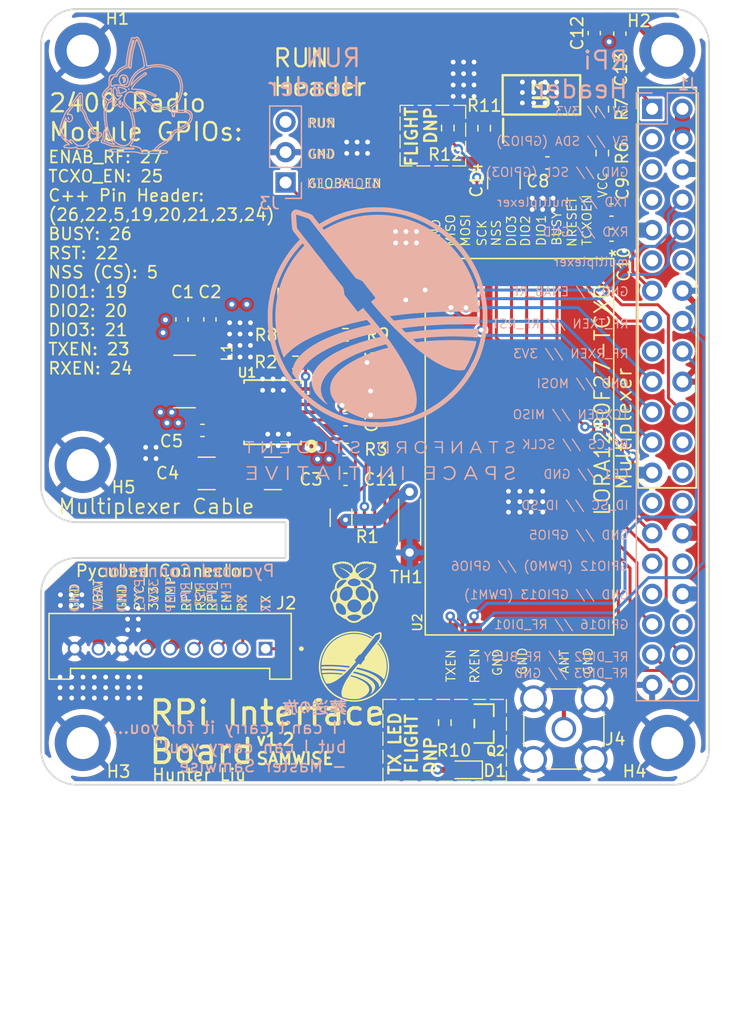
<source format=kicad_pcb>
(kicad_pcb (version 20240108) (generator "pcbnew") (generator_version "8.0")
  (title_block (title "Raspberry Pi Interface Board") (date "2024-10-17") (rev "1.2") (company "Stanford Student Space Initiative") (comment 1 "Hunter Liu"))
  (layers (0 "F.Cu" signal) (1 "In1.Cu" signal) (2 "In2.Cu" signal) (31 "B.Cu" signal) (34 "B.Paste" user) (35 "F.Paste" user) (36 "B.SilkS" user "B.Silkscreen") (37 "F.SilkS" user "F.Silkscreen") (38 "B.Mask" user) (39 "F.Mask" user) (44 "Edge.Cuts" user))
  (net 0 "")
  (net 1 "GND")
  (net 2 "5V")
  (net 3 "VBATT")
  (net 4 "Net-(U1-SW1)")
  (net 5 "Net-(U1-VBST)")
  (net 6 "Net-(U1-SS)")
  (net 7 "Net-(U1-VREG5)")
  (net 8 "V_RF")
  (net 9 "+3V3")
  (net 13 "TX")
  (net 14 "RX")
  (net 17 "ENAB_RF")
  (net 18 "RF_RST")
  (net 19 "RF_TX_EN")
  (net 21 "RF_RX_EN")
  (net 22 "MOSI")
  (net 23 "MISO")
  (net 24 "TCXO_EN")
  (net 25 "SCLK")
  (net 26 "RF_CS")
  (net 34 "RF_IO1")
  (net 36 "RF_BUSY")
  (net 37 "RF_IO2")
  (net 38 "RF_IO3")
  (net 39 "RPI_RST")
  (net 40 "PyCubed_SENSE")
  (net 41 "ENAB_RPI")
  (net 42 "Net-(J3-Pin_1)")
  (net 44 "Net-(J4-In)")
  (net 45 "Net-(U1-VFB)")
  (net 46 "Net-(U1-PG)")
  (net 47 "Net-(U3-SENSE{slash}ADJ)")
  (net 48 "Net-(D1-K)")
  (net 49 "Net-(Q2-D)")
  (net 50 "PYCUBED_3V3")
  (footprint "Resistor_SMD:R_0603_1608Metric" (layer "F.Cu") (at 137.05 60.075 90)
    (property "Reference" "R6")
    (property "Value" "10k")
  )
  (footprint "ssi_transistor:SOT-23" (layer "F.Cu") (at 127.1385 107.875 -90)
    (property "Reference" "Q2")
    (property "Value" "IRLML2803" (hide yes))
  )
  (footprint "MountingHole:MountingHole_2.7mm_M2.5_DIN965_Pad" (layer "F.Cu") (at 93.5 86.2)
    (property "Reference" "H5")
    (property "Value" "MountingHole_Pad")
  )
  (footprint "ssi_drawings:RPi_logo" (layer "F.Cu") (at 116.253 96.978)
    (property "Reference" "REF**" (hide yes))
    (property "Value" "RPi_logo")
  )
  (footprint "Resistor_SMD:R_0603_1608Metric" (layer "F.Cu") (at 137.05 56.4 90)
    (property "Reference" "R7")
    (property "Value" "3.3k")
  )
  (footprint "Capacitor_SMD:C_0603_1608Metric" (layer "F.Cu") (at 132.45 60.9)
    (property "Reference" "C8")
    (property "Value" "10uF")
  )
  (footprint "ssi_IC:TPS7A4501DCQT" (layer "F.Cu") (at 131.95 55.2 90)
    (property "Reference" "U3")
    (property "Value" "TPS7A4501DCQT" (hide yes))
  )
  (footprint "Resistor_SMD:R_0603_1608Metric" (layer "F.Cu") (at 127.15 57.99 90)
    (property "Reference" "R11")
    (property "Value" "10k")
  )
  (footprint "Capacitor_SMD:C_1210_3225Metric" (layer "F.Cu") (at 109.436341 86.913659)
    (property "Reference" "C3")
    (property "Value" "47uF")
  )
  (footprint "ssi_connector:Molex_35362-0950" (layer "F.Cu") (at 108.825 101.6)
    (property "Reference" "J2")
    (property "Value" "353620950")
  )
  (footprint "ssi_inductor:L_2141" (layer "F.Cu") (at 102.036341 79.213659 180)
    (property "Reference" "L1")
    (property "Value" "3.3uH")
  )
  (footprint "Resistor_SMD:R_0603_1608Metric" (layer "F.Cu") (at 124.1 57.975 -90)
    (property "Reference" "R12")
    (property "Value" "10k")
  )
  (footprint "MountingHole:MountingHole_2.7mm_M2.5_DIN965_Pad" (layer "F.Cu") (at 142.5 51.5)
    (property "Reference" "H2")
    (property "Value" "MountingHole_Pad")
  )
  (footprint "LED_SMD:LED_0603_1608Metric" (layer "F.Cu") (at 125.5125 111.75 180)
    (property "Reference" "D1")
    (property "Value" "LTST-C191KGKT")
  )
  (footprint "Resistor_SMD:R_0603_1608Metric" (layer "F.Cu") (at 119.123841 80.813659 -90)
    (property "Reference" "R4")
    (property "Value" "22.1k")
  )
  (footprint "Capacitor_SMD:C_0603_1608Metric" (layer "F.Cu") (at 137.825 66.95)
    (property "Reference" "C10")
    (property "Value" "0.1uF")
  )
  (footprint "Resistor_SMD:R_0603_1608Metric" (layer "F.Cu") (at 111.35 75.3)
    (property "Reference" "R8")
    (property "Value" "10k")
  )
  (footprint "ssi_IC:LORA128XF27" (layer "F.Cu") (at 122.81 100.45 90)
    (property "Reference" "U2")
    (property "Value" "LORA1280F27-TCXO")
  )
  (footprint "ssi_IC:PWP14_2P31X2P46-L" (layer "F.Cu") (at 109.410941 81.786329 180)
    (property "Reference" "U1")
    (property "Value" "TPS54426PWPR" (hide yes))
  )
  (footprint "Capacitor_SMD:C_0603_1608Metric" (layer "F.Cu") (at 104.161341 74.013659 90)
    (property "Reference" "C2")
    (property "Value" "22uF")
  )
  (footprint "Capacitor_SMD:C_1210_3225Metric" (layer "F.Cu") (at 103.886341 86.913659 180)
    (property "Reference" "C4")
    (property "Value" "47uF")
  )
  (footprint "Capacitor_SMD:C_0603_1608Metric" (layer "F.Cu") (at 103.536341 83.313659)
    (property "Reference" "C5")
    (property "Value" "0.1uF")
  )
  (footprint "Resistor_SMD:R_1206_3216Metric" (layer "F.Cu") (at 115.15 90.625 -90)
    (property "Reference" "R1")
    (property "Value" "200k, RN73H2BTTD2003A05")
  )
  (footprint "Capacitor_SMD:C_0603_1608Metric" (layer "F.Cu") (at 115.523841 82.413659)
    (property "Reference" "C7")
    (property "Value" "1uF")
  )
  (footprint "Capacitor_SMD:C_0603_1608Metric" (layer "F.Cu") (at 115.523841 79.988659)
    (property "Reference" "C6")
    (property "Value" "3.3nF")
  )
  (footprint "ssi_transistor:SOT-23" (layer "F.Cu") (at 111.51 72.2237 180)
    (property "Reference" "Q1")
    (property "Value" "IRLML2803" (hide yes))
  )
  (footprint "Capacitor_SMD:C_1210_3225Metric" (layer "F.Cu") (at 128.8 62.36 90)
    (property "Reference" "C14")
    (property "Value" "47uF")
  )
  (footprint "MountingHole:MountingHole_2.7mm_M2.5_DIN965_Pad" (layer "F.Cu") (at 142.5 109.5)
    (property "Reference" "H4")
    (property "Value" "MountingHole_Pad")
  )
  (footprint "MountingHole:MountingHole_2.7mm_M2.5_DIN965_Pad" (layer "F.Cu") (at 93.5 51.5)
    (property "Reference" "H1")
    (property "Value" "MountingHole_Pad")
  )
  (footprint "Capacitor_SMD:C_0603_1608Metric" (layer "F.Cu") (at 136.375 50.025 90)
    (property "Reference" "C12")
    (property "Value" "10uF")
  )
  (footprint "Resistor_SMD:R_0603_1608Metric" (layer "F.Cu") (at 115.523841 75.3)
    (property "Reference" "R9")
    (property "Value" "10k")
  )
  (footprint "Resistor_SMD:R_0603_1608Metric" (layer "F.Cu") (at 123.85 107.8 90)
    (property "Reference" "R10")
    (property "Value" "330")
  )
  (footprint "Capacitor_SMD:C_0603_1608Metric" (layer "F.Cu") (at 115.523841 87.413659)
    (property "Reference" "C11")
    (property "Value" "22pF")
  )
  (footprint "Capacitor_SMD:C_0603_1608Metric" (layer "F.Cu") (at 101.821341 74.013659 90)
    (property "Reference" "C1")
    (property "Value" "22uF")
  )
  (footprint "Capacitor_SMD:C_0603_1608Metric" (layer "F.Cu") (at 137.825 64.85)
    (property "Reference" "C9")
    (property "Value" "10uF")
  )
  (footprint "Resistor_THT:R_Axial_DIN0204_L3.6mm_D1.6mm_P5.08mm_Horizontal" (layer "F.Cu") (at 120.9 88.46 -90)
    (property "Reference" "TH1")
    (property "Value" "TTDO-10KC8-3-1%")
  )
  (footprint "MountingHole:MountingHole_2.7mm_M2.5_DIN965_Pad" (layer "F.Cu") (at 93.5 109.5)
    (property "Reference" "H3")
    (property "Value" "MountingHole_Pad")
  )
  (footprint "Resistor_SMD:R_0603_1608Metric" (layer "F.Cu") (at 115.523841 84.913659 180)
    (property "Reference" "R3")
    (property "Value" "121k")
  )
  (footprint "Capacitor_SMD:C_0603_1608Metric" (layer "F.Cu") (at 138.52 50.07 90)
    (property "Reference" "C13")
    (property "Value" "0.1uF")
  )
  (footprint "ssi_drawings:logo_SSI_small" (layer "F.Cu") (at 116.078 103.378)
    (property "Reference" "REF**" (hide yes))
    (property "Value" "logo_SSI_small" (hide yes))
  )
  (footprint "Resistor_SMD:R_0603_1608Metric" (layer "F.Cu") (at 111.336341 77.613659)
    (property "Reference" "R2")
    (property "Value" "330k")
  )
  (footprint "ssi_connector:SMA_Amphenol_901-144_horizontal" (layer "F.Cu") (at 133.83 108.335)
    (property "Reference" "J4")
    (property "Value" "Amphenol_901-144")
  )
  (footprint "Resistor_SMD:R_0603_1608Metric" (layer "F.Cu") (at 115.523841 77.613659)
    (property "Reference" "R5")
    (property "Value" "100k")
  )
  (footprint "Connector_PinSocket_2.54mm:PinSocket_1x03_P2.54mm_Vertical" (layer "B.Cu") (at 110.5 62.54)
    (property "Reference" "J3")
    (property "Value" "Conn_01x03")
  )
  (footprint "ssi_drawings:totoro" (layer "B.Cu") (at 97.4 55.925 180)
    (property "Reference" "REF**" (hide yes))
    (property "Value" "totoro")
  )
  (footprint "ssi_drawings:logo_SSI" (layer "B.Cu") (at 118 74.5 180)
    (property "Reference" "REF**" (hide yes))
    (property "Value" "logo_SSI" (hide yes))
  )
  (footprint "ssi_connector:PRT-21570" (layer "B.Cu") (at 141.23 56.37 180)
    (property "Reference" "J1")
    (property "Value" "PRT-21570")
  )
  (gr_rect (start 120.1 56.075) (end 125.6 61.15) (stroke (width 0.1) (type dash)) (fill none) (layer "F.SilkS"))
  (gr_rect (start 140.045 54.575) (end 144.93 88.125) (stroke (width 0.15)) (fill none) (layer "F.SilkS"))
  (gr_rect (start 118.6625 105.85) (end 129.0125 112.7) (stroke (width 0.1) (type dash)) (fill none) (layer "F.SilkS"))
  (gr_line (start 143 48) (end 93 48) (stroke (width 0.15)) (layer "Edge.Cuts"))
  (gr_line (start 110.5 94) (end 93 94) (stroke (width 0.15)) (layer "Edge.Cuts"))
  (gr_line (start 143 113) (end 93 113) (stroke (width 0.15)) (layer "Edge.Cuts"))
  (gr_arc (start 90 51) (mid 90.87868 48.87868) (end 93 48) (stroke (width 0.15)) (layer "Edge.Cuts"))
  (gr_arc (start 90 97) (mid 90.87868 94.87868) (end 93 94) (stroke (width 0.15)) (layer "Edge.Cuts"))
  (gr_arc (start 93 113) (mid 90.87868 112.12132) (end 90 110) (stroke (width 0.15)) (layer "Edge.Cuts"))
  (gr_arc (start 146 110) (mid 145.12132 112.12132) (end 143 113) (stroke (width 0.15)) (layer "Edge.Cuts"))
  (gr_line (start 110.5 91) (end 110.5 94) (stroke (width 0.15)) (layer "Edge.Cuts"))
  (gr_line (start 90 51) (end 90 88) (stroke (width 0.15)) (layer "Edge.Cuts"))
  (gr_arc (start 143 48) (mid 145.12132 48.87868) (end 146 51) (stroke (width 0.15)) (layer "Edge.Cuts"))
  (gr_line (start 90 110) (end 90 97) (stroke (width 0.15)) (layer "Edge.Cuts"))
  (gr_arc (start 93 91) (mid 90.87868 90.12132) (end 90 88) (stroke (width 0.15)) (layer "Edge.Cuts"))
  (gr_line (start 146 110) (end 146 51) (stroke (width 0.15)) (layer "Edge.Cuts"))
  (gr_line (start 93 91) (end 110.5 91) (stroke (width 0.15)) (layer "Edge.Cuts"))
  (gr_text "ID_SC // ID_SD" (at 139.325 90.025 0) (layer "B.SilkS") (effects (font (size 0.75 0.75) (thickness 0.1)) (justify left bottom mirror)))
  (gr_text "TCXOEN // MISO" (at 139.325 82.425 0) (layer "B.SilkS") (effects (font (size 0.75 0.75) (thickness 0.1)) (justify left bottom mirror)))
  (gr_text "CE1 // GND" (at 139.325 87.425 0) (layer "B.SilkS") (effects (font (size 0.75 0.75) (thickness 0.1)) (justify left bottom mirror)))
  (gr_text "RPI_\nRST" (at 103.78 95.93 90) (layer "B.SilkS") (effects (font (size 0.75 0.75) (thickness 0.1)) (justify left bottom mirror)))
  (gr_text "RUN\nHeader" (at 116.925 55.4 0) (layer "B.SilkS") (effects (font (size 1.5 1.5) (thickness 0.2)) (justify left bottom mirror)))
  (gr_text "GND // SCL (GPIO3)" (at 139.325 62.125 0) (layer "B.SilkS") (effects (font (size 0.75 0.75) (thickness 0.1)) (justify left bottom mirror)))
  (gr_text "GND // MOSI" (at 139.325 79.825 0) (layer "B.SilkS") (effects (font (size 0.75 0.75) (thickness 0.1)) (justify left bottom mirror)))
  (gr_text "GPIO12 (PWM0) // GPIO6" (at 139.325 95.125 0) (layer "B.SilkS") (effects (font (size 0.75 0.75) (thickness 0.1)) (justify left bottom mirror)))
  (gr_text "RF_DIO2 // RF_BUSY" (at 139.325 102.725 0) (layer "B.SilkS") (effects (font (size 0.75 0.75) (thickness 0.1)) (justify left bottom mirror)))
  (gr_text "葬送の旅\n{dblquote}I can't carry it for you...\nbut I can carry you!{dblquote}\n- Master Samwise" (at 115.725 112.025 0) (layer "B.SilkS") (effects (font (size 1 1)) (justify left bottom mirror)))
  (gr_text "TEMP" (at 101.305 95.655 90) (layer "B.SilkS") (effects (font (size 0.75 0.75) (thickness 0.1)) (justify left bottom mirror)))
  (gr_text "5V // 3V3" (at 139.325 57.025 0) (layer "B.SilkS") (effects (font (size 0.75 0.75) (thickness 0.1)) (justify left bottom mirror)))
  (gr_text "GND" (at 114.65 60.6 0) (layer "B.SilkS") (effects (font (size 0.75 0.75) (thickness 0.1)) (justify left bottom mirror)))
  (gr_text "GND // GPIO5" (at 139.325 92.525 0) (layer "B.SilkS") (effects (font (size 0.75 0.75) (thickness 0.1)) (justify left bottom mirror)))
  (gr_text "GND" (at 97.23 96.23 90) (layer "B.SilkS") (effects (font (size 0.75 0.75) (thickness 0.1)) (justify left bottom mirror)))
  (gr_text "RPi\nHeader" (at 139.3 55.6 0) (layer "B.SilkS") (effects (font (size 1.5 1.5) (thickness 0.2)) (justify left bottom mirror)))
  (gr_text "GPIO16 // RF_DI01" (at 139.325 100.025 0) (layer "B.SilkS") (effects (font (size 0.75 0.75) (thickness 0.1)) (justify left bottom mirror)))
  (gr_text "Pycubed Connector" (at 109.68 95.665 0) (layer "B.SilkS") (effects (font (size 1 1)) (justify left bottom mirror)))
  (gr_text "RUN" (at 114.65 58 0) (layer "B.SilkS") (effects (font (size 0.75 0.75) (thickness 0.1)) (justify left bottom mirror)))
  (gr_text "RF_CS // SCLK" (at 139.325 84.925 0) (layer "B.SilkS") (effects (font (size 0.75 0.75) (thickness 0.1)) (justify left bottom mirror)))
  (gr_text "RF_RXEN // 3V3" (at 139.325 77.325 0) (layer "B.SilkS") (effects (font (size 0.75 0.75) (thickness 0.1)) (justify left bottom mirror)))
  (gr_text "TXD // multiplexer" (at 139.325 64.625 0) (layer "B.SilkS") (effects (font (size 0.75 0.75) (thickness 0.1)) (justify left bottom mirror)))
  (gr_text "RX" (at 107.305 97.03 90) (layer "B.SilkS") (effects (font (size 0.75 0.75) (thickness 0.1)) (justify left bottom mirror)))
  (gr_text "GLOBAL_EN\n\n" (at 118.5 64.275 0) (layer "B.SilkS") (effects (font (size 0.75 0.75) (thickness 0.1)) (justify left bottom mirror)))
  (gr_text "5V // SDA (GPIO2)" (at 139.325 59.525 0) (layer "B.SilkS") (effects (font (size 0.75 0.75) (thickness 0.1)) (justify left bottom mirror)))
  (gr_text "GND" (at 93.255 96.205 90) (layer "B.SilkS") (effects (font (size 0.75 0.75) (thickness 0.1)) (justify left bottom mirror)))
  (gr_text "VBAT" (at 95.23 95.83 90) (layer "B.SilkS") (effects (font (size 0.75 0.75) (thickness 0.1)) (justify left bottom mirror)))
  (gr_text "RXD // GND" (at 139.325 67.125 0) (layer "B.SilkS") (effects (font (size 0.75 0.75) (thickness 0.1)) (justify left bottom mirror)))
  (gr_text "GND // GPIO13 (PWM1)" (at 139.325 97.525 0) (layer "B.SilkS") (effects (font (size 0.75 0.75) (thickness 0.1)) (justify left bottom mirror)))
  (gr_text "GND // ENAB_RF" (at 139.325 72.125 0) (layer "B.SilkS") (effects (font (size 0.75 0.75) (thickness 0.1)) (justify left bottom mirror)))
  (gr_text "RF_DIO3 // GND" (at 139.3 104.1 0) (layer "B.SilkS") (effects (font (size 0.75 0.75) (thickness 0.1)) (justify left bottom mirror)))
  (gr_text "RPI_\nEN" (at 105.98 95.93 90) (layer "B.SilkS") (effects (font (size 0.75 0.75) (thickness 0.1)) (justify left bottom mirror)))
  (gr_text "PYC_\n3V3" (at 99.905 95.655 90) (layer "B.SilkS") (effects (font (size 0.75 0.75) (thickness 0.1)) (justify left bottom mirror)))
  (gr_text "RF_TXEN // RF_RST" (at 139.325 74.825 0) (layer "B.SilkS") (effects (font (size 0.75 0.75) (thickness 0.1)) (justify left bottom mirror)))
  (gr_text "multiplexer" (at 139.325 69.625 0) (layer "B.SilkS") (effects (font (size 0.75 0.75) (thickness 0.1)) (justify left bottom mirror)))
  (gr_text "TX" (at 109.305 97.205 90) (layer "B.SilkS") (effects (font (size 0.75 0.75) (thickness 0.1)) (justify left bottom mirror)))
  (gr_text "DIO2" (at 131.05 67.975 90) (layer "F.SilkS") (effects (font (size 0.75 0.75) (thickness 0.1)) (justify left bottom)))
  (gr_text "DIO1" (at 132.375 67.925 90) (layer "F.SilkS") (effects (font (size 0.75 0.75) (thickness 0.1)) (justify left bottom)))
  (gr_text "BUSY" (at 133.675 67.9 90) (layer "F.SilkS") (effects (font (size 0.75 0.75) (thickness 0.1)) (justify left bottom)))
  (gr_text "SCK" (at 127.4 67.95 90) (layer "F.SilkS") (effects (font (size 0.75 0.75) (thickness 0.1)) (justify left bottom)))
  (gr_text "GND" (at 97.23 98.505 90) (layer "F.SilkS") (effects (font (size 0.75 0.75) (thickness 0.1)) (justify left bottom)))
  (gr_text "RPI_\nEN" (at 106.005 98.53 90) (layer "F.SilkS") (effects (font (size 0.75 0.75) (thickness 0.1)) (justify left bottom)))
  (gr_text "GND" (at 112.33 60.61 0) (layer "F.SilkS") (effects (font (size 0.75 0.75) (thickness 0.1)) (justify left bottom)))
  (gr_text "TCXOEN" (at 136.2 67.9 90) (layer "F.SilkS") (effects (font (size 0.75 0.75) (thickness 0.1)) (justify left bottom)))
  (gr_text "Pycubed Connector" (at 92.825 95.665 0) (layer "F.SilkS") (effects (font (size 1 1)) (justify left bottom)))
  (gr_text "GND" (at 130.8 103.85 90) (layer "F.SilkS") (effects (font (size 0.75 0.75) (thickness 0.1)) (justify left bottom)))
  (gr_text "MOSI" (at 126.025 67.975 90) (layer "F.SilkS") (effects (font (size 0.75 0.75) (thickness 0.1)) (justify left bottom)))
  (gr_text "2400 Radio\nModule GPIOs:" (at 90.55 59.175 0) (layer "F.SilkS") (effects (font (size 1.5 1.5) (thickness 0.2)) (justify left bottom)))
  (gr_text "NSS" (at 128.6 67.95 90) (layer "F.SilkS") (effects (font (size 0.75 0.75) (thickness 0.1)) (justify left bottom)))
  (gr_text "FLIGHT\nDNP" (at 123.25 112.175 90) (layer "F.SilkS") (effects (font (size 1 1) (thickness 0.2) (bold yes)) (justify left bottom)))
  (gr_text "MISO" (at 124.775 67.975 90) (layer "F.SilkS") (effects (font (size 0.75 0.75) (thickness 0.1)) (justify left bottom)))
  (gr_text "RXEN" (at 126.8 104.575 90) (layer "F.SilkS") (effects (font (size 0.75 0.75) (thickness 0.1)) (justify left bottom)))
  (gr_text "GND" (at 93.255 98.48 90) (layer "F.SilkS") (effects (font (size 0.75 0.75) (thickness 0.1)) (justify left bottom)))
  (gr_text "GND" (at 123.525 67.95 90) (layer "F.SilkS") (effects (font (size 0.75 0.75) (thickness 0.1)) (justify left bottom)))
  (gr_text "RUN" (at 112.33 58.01 0) (layer "F.SilkS") (effects (font (size 0.75 0.75) (thickness 0.1)) (justify left bottom)))
  (gr_text "TEMP" (at 101.305 98.455 90) (layer "F.SilkS") (effects (font (size 0.75 0.75) (thickness 0.1)) (justify left bottom)))
  (gr_text "TX" (at 109.305 98.455 90) (layer "F.SilkS") (effects (font (size 0.75 0.75) (thickness 0.1)) (justify left bottom)))
  (gr_text "FLIGHT\nDNP" (at 123.25 56.1 90) (layer "F.SilkS") (effects (font (size 1 1) (thickness 0.2) (bold yes)) (justify right bottom)))
  (gr_text "DIO3" (at 129.875 67.975 90) (layer "F.SilkS") (effects (font (size 0.75 0.75) (thickness 0.1)) (justify left bottom)))
  (gr_text "RUN\nHeader" (at 109.35 55.41 0) (layer "F.SilkS") (effects (font (size 1.5 1.5) (thickness 0.2)) (justify left bottom)))
  (gr_text "RPI_\nRST" (at 103.855 98.53 90) (layer "F.SilkS") (effects (font (size 0.75 0.75) (thickness 0.1)) (justify left bottom)))
  (gr_text "NRESET" (at 134.95 68 90) (layer "F.SilkS") (effects (font (size 0.75 0.75) (thickness 0.1)) (justify left bottom)))
  (gr_text "VBAT" (at 95.23 98.43 90) (layer "F.SilkS") (effects (font (size 0.75 0.75) (thickness 0.1)) (justify left bottom)))
  (gr_text "GND" (at 136.3 103.85 90) (layer "F.SilkS") (effects (font (size 0.75 0.75) (thickness 0.1)) (justify left bottom)))
  (gr_text "Multiplexer Cable" (at 91.37 90.42 0) (layer "F.SilkS") (effects (font (size 1.25 1.25)) (justify left bottom)))
  (gr_text "GLOBAL_EN\n\n" (at 112.31 64.27 0) (layer "F.SilkS") (effects (font (size 0.75 0.75) (thickness 0.1)) (justify left bottom)))
  (gr_text "Hunter Liu" (at 99.225 112.75 0) (layer "F.SilkS") (effects (font (size 1 1)) (justify left bottom)))
  (gr_text "RX" (at 107.305 98.555 90) (layer "F.SilkS") (effects (font (size 0.75 0.75) (thickness 0.1)) (justify left bottom)))
  (gr_text "PYC_\n3V3" (at 99.88 98.48 90) (layer "F.SilkS") (effects (font (size 0.75 0.75) (thickness 0.1)) (justify left bottom)))
  (gr_text "TX LED" (at 120.25 112.275 90) (layer "F.SilkS") (effects (font (size 1 1) (thickness 0.2) (bold yes)) (justify left bottom)))
  (gr_text "RPi Interface\nBoard" (at 98.925 111.375 0) (layer "F.SilkS") (effects (font (size 2 2) (thickness 0.3) (bold yes)) (justify left bottom)))
  (gr_text "Multiplexer" (at 139.6 88.4 90) (layer "F.SilkS") (effects (font (size 1.25 1.25)) (justify left bottom)))
  (gr_text "ANT" (at 134.3 103.75 90) (layer "F.SilkS") (effects (font (size 0.75 0.75) (thickness 0.1)) (justify left bottom)))
  (gr_text "ENAB_RF: 27\nTCXO_EN: 25\nC++ Pin Header:\n(26,22,5,19,20,21,23,24)\nBUSY: 26\nRST: 22\nNSS (CS): 5\nDIO1: 19\nDIO2: 20\nDIO3: 21\nTXEN: 23\nRXEN: 24\n" (at 90.525 78.7 0) (layer "F.SilkS") (effects (font (size 1 1)) (justify left bottom)))
  (gr_text "TXEN" (at 124.8 104.475 90) (layer "F.SilkS") (effects (font (size 0.75 0.75) (thickness 0.1)) (justify left bottom)))
  (gr_text "v1.2\nSAMWISE" (at 107.95 111.4 0) (layer "F.SilkS") (effects (font (size 1 1) (thickness 0.2) (bold yes)) (justify left bottom)))
  (gr_text "VCC" (at 137.525 63.9 90) (layer "F.SilkS") (effects (font (size 0.75 0.75) (thickness 0.1)) (justify left bottom)))
  (gr_text "GND" (at 128.7 103.95 90) (layer "F.SilkS") (effects (font (size 0.75 0.75) (thickness 0.1)) (justify left bottom)))
  (segment (start 143.77 91.93) (end 145.055 91.93) (width 1.27) (layer "F.Cu") (net 1))
  (segment (start 115.486341 79.188659) (end 115.111341 78.813659) (width 0.25) (layer "F.Cu") (net 1))
  (segment (start 120.9 94.725) (end 120.9 93.54) (width 1.5) (layer "F.Cu") (net 1))
  (segment (start 131.95 58.2) (end 131.95 56.175) (width 1) (layer "F.Cu") (net 1))
  (segment (start 131.675 60.9) (end 131.675 63.475) (width 1) (layer "F.Cu") (net 1))
  (segment (start 145.1 72.94) (end 143.77 71.61) (width 0.5) (layer "F.Cu") (net 1))
  (segment (start 122.49 93.54) (end 120.9 93.54) (width 1.5) (layer "F.Cu") (net 1))
  (segment (start 132.43 94.55) (end 130.56 94.55) (width 1.5) (layer "F.Cu") (net 1))
  (segment (start 138.6 66.95) (end 138.6 64.85) (width 0.5) (layer "F.Cu") (net 1))
  (segment (start 138.52 49.295) (end 140.295 49.295) (width 1) (layer "F.Cu") (net 1))
  (segment (start 113.936341 79.548342) (end 113.936341 80.429617) (width 0.25) (layer "F.Cu") (net 1))
  (segment (start 143.77 79.23) (end 145.1 77.9) (width 0.5) (layer "F.Cu") (net 1))
  (segment (start 131.95 60.625) (end 131.95 58.2) (width 1) (layer "F.Cu") (net 1))
  (segment (start 130.31 100.45) (end 130.31 96.265) (width 1.5) (layer "F.Cu") (net 1))
  (segment (start 131.95 56.175) (end 132.25 55.875) (width 1) (layer "F.Cu") (net 1))
  (segment (start 131.675 63.475) (end 132.05 63.85) (width 1) (layer "F.Cu") (net 1))
  (segment (start 117.611341 79.988659) (end 117.636341 80.013659) (width 0.25) (layer "F.Cu") (net 1))
  (segment (start 145.1 77.9) (end 145.1 72.94) (width 0.5) (layer "F.Cu") (net 1))
  (segment (start 116.298841 79.988659) (end 115.498841 79.188659) (width 0.25) (layer "F.Cu") (net 1))
  (segment (start 131.675 60.9) (end 131.95 60.625) (width 1) (layer "F.Cu") (net 1))
  (segment (start 140.295 49.295) (end 142.5 51.5) (width 1) (layer "F.Cu") (net 1))
  (segment (start 120.9 93.54) (end 120.9 92.55) (width 1.5) (layer "F.Cu") (net 1))
  (segment (start 135.83 97.95) (end 132.43 94.55) (width 1.5) (layer "F.Cu") (net 1))
  (segment (start 138.6 66.95) (end 138.6 67.95) (width 0.5) (layer "F.Cu") (net 1))
  (segment (start 138.6 67.95) (end 138.9 68.25) (width 0.5) (layer "F.Cu") (net 1))
  (segment (start 138.5 49.275) (end 138.52 49.295) (width 1) (layer "F.Cu") (net 1))
  (segment (start 115.498841 79.188659) (end 115.486341 79.188659) (width 0.25) (layer "F.Cu") (net 1))
  (segment (start 113.936341 80.429617) (end 113.229641 81.136317) (width 0.25) (layer "F.Cu") (net 1))
  (segment (start 117.636341 80.013659) (end 117.661341 79.988659) (width 0.25) (layer "F.Cu") (net 1))
  (segment (start 135 49.275) (end 138.5 49.275) (width 1) (layer "F.Cu") (net 1))
  (segment (start 117.661341 79.988659) (end 119.123841 79.988659) (width 0.25) (layer "F.Cu") (net 1))
  (segment (start 113.229641 81.136317) (end 112.179541 81.136317) (width 0.25) (layer "F.Cu") (net 1))
  (segment (start 115.111341 78.813659) (end 114.671024 78.813659) (width 0.25) (layer "F.Cu") (net 1))
  (segment (start 114.671024 78.813659) (end 113.936341 79.548342) (width 0.25) (layer "F.Cu") (net 1))
  (segment (start 116.298841 79.988659) (end 117.611341 79.988659) (width 0.25) (layer "F.Cu") (net 1))
  (segment (start 135.83 100.45) (end 135.83 97.95) (width 1.5) (layer "F.Cu") (net 1))
  (via (at 109.01 83.625) (size 0.8) (drill 0.4) (layers "F.Cu" "B.Cu") (net 1))
  (via (at 131.175 64.8) (size 0.8) (drill 0.4) (layers "F.Cu" "B.Cu") (net 1))
  (via (at 98.16 99.12) (size 0.8) (drill 0.4) (layers "F.Cu" "B.Cu") (net 1))
  (via (at 130.135 88.41) (size 0.8) (drill 0.4) (layers "F.Cu" "B.Cu") (net 1))
  (via (at 129.185 88.41) (size 0.8) (drill 0.4) (layers "F.Cu" "B.Cu") (net 1))
  (via (at 117.375 59.15) (size 0.8) (drill 0.4) (layers "F.Cu" "B.Cu") (net 1))
  (via (at 91.598 105.73) (size 0.8) (drill 0.4) (layers "F.Cu" "B.Cu") (net 1))
  (via (at 129.185 89.285) (size 0.8) (drill 0.4) (layers "F.Cu" "B.Cu") (net 1))
  (via (at 106.686341 77.163659) (size 0.8) (drill 0.4) (layers "F.Cu" "B.Cu") (net 1))
  (via (at 98.16 100.02) (size 0.8) (drill 0.4) (layers "F.Cu" "B.Cu") (net 1))
  (via (at 93.523 103.98) (size 0.8) (drill 0.4) (layers "F.Cu" "B.Cu") (net 1))
  (via (at 95.423 104.855) (size 0.8) (drill 0.4) (layers "F.Cu" "B.Cu") (net 1))
  (via (at 95.423 105.73) (size 0.8) (drill 0.4) (layers "F.Cu" "B.Cu") (net 1))
  (via (at 107.561341 74.288659) (size 0.8) (drill 0.4) (layers "F.Cu" "B.Cu") (net 1))
  (via (at 132.05 64.8) (size 0.8) (drill 0.4) (layers "F.Cu" "B.Cu") (net 1))
  (via (at 131.085 89.285) (size 0.8) (drill 0.4) (layers "F.Cu" "B.Cu") (net 1))
  (via (at 93.43 97.08) (size 0.8) (drill 0.4) (layers "F.Cu" "B.Cu") (net 1))
  (via (at 93.523 105.73) (size 0.8) (drill 0.4) (layers "F.Cu" "B.Cu") (net 1))
  (via (at 92.53 97.98) (size 0.8) (drill 0.4) (layers "F.Cu" "B.Cu") (net 1))
  (via (at 109.885 83.625) (size 0.8) (drill 0.4) (layers "F.Cu" "B.Cu") (net 1))
  (via (at 131.175 63.85) (size 0.8) (drill 0.4) (layers "F.Cu" "B.Cu") (net 1))
  (via (at 130.35 54.125) (size 0.8) (drill 0.4) (layers "F.Cu" "B.Cu") (net 1))
  (via (at 107.561341 75.238659) (size 0.8) (drill 0.4) (layers "F.Cu" "B.Cu") (net 1))
  (via (at 105.811341 74.288659) (size 0.8) (drill 0.4) (layers "F.Cu" "B.Cu") (net 1))
  (via (at 138.9 68.25) (size 0.8) (drill 0.4) (layers "F.Cu" "B.Cu") (net 1))
  (via (at 126.3 55.325) (size 0.8) (drill 0.4) (layers "F.Cu" "B.Cu") (net 1))
  (via (at 125.425 54.375) (size 0.8) (drill 0.4) (layers "F.Cu" "B.Cu") (net 1))
  (via (at 117.636341 82.013659) (size 0.8) (drill 0.4) (layers "F.Cu" "B.Cu") (net 1))
  (via (at 92.573 103.98) (size 0.8) (drill 0.4) (layers "F.Cu" "B.Cu") (net 1))
  (via (at 110.325 79) (size 0.8) (drill 0.4) (layers "F.Cu" "B.Cu") (net 1))
  (via (at 124.55 54.375) (size 0.8) (drill 0.4) (layers "F.Cu" "B.Cu") (net 1))
  (via (at 124.55 52.45) (size 0.8) (drill 0.4) (layers "F.Cu" "B.Cu") (net 1))
  (via (at 106.686341 74.288659) (size 0.8) (drill 0.4) (layers "F.Cu" "B.Cu") (net 1))
  (via (at 94.473 103.98) (size 0.8) (drill 0.4) (layers "F.Cu" "B.Cu") (net 1))
  (via (at 98.16 98.22) (size 0.8) (drill 0.4) (layers "F.Cu" "B.Cu") (net 1))
  (via (at 92.573 105.73) (size 0.8) (drill 0.4) (layers "F.Cu" "B.Cu") (net 1))
  (via (at 132.925 63.85) (size 0.8) (drill 0.4) (layers "F.Cu" "B.Cu") (net 1))
  (via (at 97.26 99.12) (size 0.8) (drill 0.4) (layers "F.Cu" "B.Cu") (net 1))
  (via (at 132.05 63.85) (size 0.8) (drill 0.4) (layers "F.Cu" "B.Cu") (net 1))
  (via (at 131.3 54.125) (size 0.8) (drill 0.4) (layers "F.Cu" "B.Cu") (net 1))
  (via (at 132.25 55) (size 0.8) (drill 0.4) (layers "F.Cu" "B.Cu") (net 1))
  (via (at 130.135 89.285) (size 0.8) (drill 0.4) (layers "F.Cu" "B.Cu") (net 1))
  (via (at 117.375 60.1) (size 0.8) (drill 0.4) (layers "F.Cu" "B.Cu") (net 1))
  (via (at 131.085 88.41) (size 0.8) (drill 0.4) (layers "F.Cu" "B.Cu") (net 1))
  (via (at 126.3 52.45) (size 0.8) (drill 0.4) (layers "F.Cu" "B.Cu") (net 1))
  (via (at 98.298 104.855) (size 0.8) (drill 0.4) (layers "F.Cu" "B.Cu") (net 1))
  (via (at 98.298 105.73) (size 0.8) (drill 0.4) (layers "F.Cu" "B.Cu") (net 1))
  (via (at 109.45 79.95) (size 0.8) (drill 0.4) (layers "F.Cu" "B.Cu") (net 1))
  (via (at 129.185 90.16) (size 0.8) (drill 0.4) (layers "F.Cu" "B.Cu") (net 1))
  (via (at 97.348 104.855) (size 0.8) (drill 0.4) (layers "F.Cu" "B.Cu") (net 1))
  (via (at 133.225 55.875) (size 0.8) (drill 0.4) (layers "F.Cu" "B.Cu") (net 1))
  (via (at 119.725 67.6) (size 0.8) (drill 0.4) (layers "F.Cu" "B.Cu") (net 1))
  (via (at 120.6 67.6) (size 0.8) (drill 0.4) (layers "F.Cu" "B.Cu") (net 1))
  (via (at 125.425 52.45) (size 0.8) (drill 0.4) (layers "F.Cu" "B.Cu") (net 1))
  (via (at 110.325 79.95) (size 0.8) (drill 0.4) (layers "F.Cu" "B.Cu") (net 1))
  (via (at 108.575 79.95) (size 0.8) (drill 0.4) (layers "F.Cu" "B.Cu") (net 1))
  (via (at 132.25 55.875) (size 0.8) (drill 0.4) (layers "F.Cu" "B.Cu") (net 1))
  (via (at 96.398 103.98) (size 0.8) (drill 0.4) (layers "F.Cu" "B.Cu") (net 1))
  (via (at 97.26 100.02) (size 0.8) (drill 0.4) (layers "F.Cu" "B.Cu") (net 1))
  (via (at 96.398 105.73) (size 0.8) (drill 0.4) (layers "F.Cu" "B.Cu") (net 1))
  (via (at 97.348 103.98) (size 0.8) (drill 0.4) (layers "F.Cu" "B.Cu") (net 1))
  (via (at 105.811341 77.163659) (size 0.8) (drill 0.4) (layers "F.Cu" "B.Cu") (net 1))
  (via (at 107.561341 77.163659) (size 0.8) (drill 0.4) (layers "F.Cu" "B.Cu") (net 1))
  (via (at 91.63 97.98) (size 0.8) (drill 0.4) (layers "F.Cu" "B.Cu") (net 1))
  (via (at 99.65 85.675) (size 0.8) (drill 0.4) (layers "F.Cu" "B.Cu") (net 1))
  (via (at 92.573 104.855) (size 0.8) (drill 0.4) (layers "F.Cu" "B.Cu") (net 1))
  (via (at 130.35 55.875) (size 0.8) (drill 0.4) (layers "F.Cu" "B.Cu") (net 1))
  (via (at 131.085 90.16) (size 0.8) (drill 0.4) (layers "F.Cu" "B.Cu") (net 1))
  (via (at 98.775 84.725) (size 0.8) (drill 0.4) (layers "F.Cu" "B.Cu") (net 1))
  (via (at 120.6 66.65) (size 0.8) (drill 0.4) (layers "F.Cu" "B.Cu") (net 1))
  (via (at 99.65 84.725) (size 0.8) (drill 0.4) (layers "F.Cu" "B.Cu") (net 1))
  (via (at 130.35 55) (size 0.8) (drill 0.4) (layers "F.Cu" "B.Cu") (net 1))
  (via (at 126.3 54.375) (size 0.8) (drill 0.4) (layers "F.Cu" "B.Cu") (net 1))
  (via (at 91.598 103.98) (size 0.8) (drill 0.4) (layers "F.Cu" "B.Cu") (net 1))
  (via (at 107.561341 76.188659) (size 0.8) (drill 0.4) (layers "F.Cu" "B.Cu") (net 1))
  (via (at 116.5 60.1) (size 0.8) (drill 0.4) (layers "F.Cu" "B.Cu") (net 1))
  (via (at 110.76 83.625) (size 0.8) (drill 0.4) (layers "F.Cu" "B.Cu") (net 1))
  (via (at 109.01 84.6) (size 0.8) (drill 0.4) (layers "F.Cu" "B.Cu") (net 1))
  (via (at 91.63 97.08) (size 0.8) (drill 0.4) (layers "F.Cu" "B.Cu") (net 1))
  (via (at 121.475 66.65) (size 0.8) (drill 0.4) (layers "F.Cu" "B.Cu") (net 1))
  (via (at 110.76 84.6) (size 0.8) (drill 0.4) (layers "F.Cu" "B.Cu") (net 1))
  (via (at 93.43 97.98) (size 0.8) (drill 0.4) (layers "F.Cu" "B.Cu") (net 1))
  (via (at 130.135 90.16) (size 0.8) (drill 0.4) (layers "F.Cu" "B.Cu") (net 1))
  (via (at 131.3 55.875) (size 0.8) (drill 0.4) (layers "F.Cu" "B.Cu") (net 1))
  (via (at 105.811341 75.238659) (size 0.8) (drill 0.4) (layers "F.Cu" "B.Cu") (net 1))
  (via (at 92.53 97.08) (size 0.8) (drill 0.4) (layers "F.Cu" "B.Cu") (net 1))
  (via (at 119.725 66.65) (size 0.8) (drill 0.4) (layers "F.Cu" "B.Cu") (net 1))
  (via (at 124.55 55.325) (size 0.8) (drill 0.4) (layers "F.Cu" "B.Cu") (net 1))
  (via (at 109.45 79) (size 0.8) (drill 0.4) (layers "F.Cu" "B.Cu") (net 1))
  (via (at 109.885 84.6) (size 0.8) (drill 0.4) (layers "F.Cu" "B.Cu") (net 1))
  (via (at 126.3 53.425) (size 0.8) (drill 0.4) (layers "F.Cu" "B.Cu") (net 1))
  (via (at 106.686341 75.238659) (size 0.8) (drill 0.4) (layers "F.Cu" "B.Cu") (net 1))
  (via (at 133.225 54.125) (size 0.8) (drill 0.4) (layers "F.Cu" "B.Cu") (net 1))
  (via (at 108.575 79) (size 0.8) (drill 0.4) (layers "F.Cu" "B.Cu") (net 1))
  (via (at 94.473 105.73) (size 0.8) (drill 0.4) (layers "F.Cu" "B.Cu") (net 1))
  (via (at 93.523 104.855) (size 0.8) (drill 0.4) (layers "F.Cu" "B.Cu") (net 1))
  (via (at 94.473 104.855) (size 0.8) (drill 0.4) (layers "F.Cu" "B.Cu") (net 1))
  (via (at 132.925 64.8) (size 0.8) (drill 0.4) (layers "F.Cu" "B.Cu") (net 1))
  (via (at 125.425 55.325) (size 0.8) (drill 0.4) (layers "F.Cu" "B.Cu") (net 1))
  (via (at 105.811341 76.188659) (size 0.8) (drill 0.4) (layers "F.Cu" "B.Cu") (net 1))
  (via (at 124.55 53.425) (size 0.8) (drill 0.4) (layers "F.Cu" "B.Cu") (net 1))
  (via (at 91.598 104.855) (size 0.8) (drill 0.4) (layers "F.Cu" "B.Cu") (net 1))
  (via (at 97.348 105.73) (size 0.8) (drill 0.4) (layers "F.Cu" "B.Cu") (net 1))
  (via (at 125.425 53.425) (size 0.8) (drill 0.4) (layers "F.Cu" "B.Cu") (net 1))
  (via (at 131.3 55) (size 0.8) (drill 0.4) (layers "F.Cu" "B.Cu") (net 1))
  (via (at 106.686341 76.188659) (size 0.8) (drill 0.4) (layers "F.Cu" "B.Cu") (net 1))
  (via (at 115.625 60.1) (size 0.8) (drill 0.4) (layers "F.Cu" "B.Cu") (net 1))
  (via (at 132.06 90.16) (size 0.8) (drill 0.4) (layers "F.Cu" "B.Cu") (net 1))
  (via (at 96.398 104.855) (size 0.8) (drill 0.4) (layers "F.Cu" "B.Cu") (net 1))
  (via (at 98.775 85.675) (size 0.8) (drill 0.4) (layers "F.Cu" "B.Cu") (net 1))
  (via (at 132.06 88.41) (size 0.8) (drill 0.4) (layers "F.Cu" "B.Cu") (net 1))
  (via (at 97.26 98.22) (size 0.8) (drill 0.4) (layers "F.Cu" "B.Cu") (net 1))
  (via (at 132.06 89.285) (size 0.8) (drill 0.4) (layers "F.Cu" "B.Cu") (net 1))
  (via (at 121.475 67.6) (size 0.8) (drill 0.4) (layers "F.Cu" "B.Cu") (net 1))
  (via (at 116.5 59.15) (size 0.8) (drill 0.4) (layers "F.Cu" "B.Cu") (net 1))
  (via (at 115.625 59.15) (size 0.8) (drill 0.4) (layers "F.Cu" "B.Cu") (net 1))
  (via (at 95.423 103.98) (size 0.8) (drill 0.4) (layers "F.Cu" "B.Cu") (net 1))
  (via (at 98.298 103.98) (size 0.8) (drill 0.4) (layers "F.Cu" "B.Cu") (net 1))
  (via (at 132.25 54.125) (size 0.8) (drill 0.4) (layers "F.Cu" "B.Cu") (net 1))
  (via (at 133.225 55) (size 0.8) (drill 0.4) (layers "F.Cu" "B.Cu") (net 1))
  (via (at 117.636341 80.013659) (size 0.8) (drill 0.4) (layers "F.Cu" "B.Cu") (net 1))
  (segment (start 143.77 97.01) (end 144.91 97.01) (width 1.27) (layer "B.Cu") (net 1))
  (segment (start 143.77 61.45) (end 144.9 61.45) (width 1.27) (layer "B.Cu") (net 1))
  (segment (start 141.23 86.85) (end 138.825 86.85) (width 1) (layer "B.Cu") (net 1))
  (segment (start 141.23 66.53) (end 139.68 66.53) (width 1.27) (layer "B.Cu") (net 1))
  (segment (start 101.821341 73.238659) (end 104.161341 73.238659) (width 1.27) (layer "F.Cu") (net 2))
  (segment (start 110.525 74.65) (end 110.525 75.3) (width 1.27) (layer "F.Cu") (net 2))
  (segment (start 100.236341 74.243659) (end 100.4275 74.0525) (width 1.27) (layer "F.Cu") (net 2))
  (segment (start 100.236341 79.213659) (end 100.236341 75.125) (width 1.27) (layer "F.Cu") (net 2))
  (segment (start 104.65 72.75) (end 106 72.75) (width 1.27) (layer "F.Cu") (net 2))
  (segment (start 107.25 72.75) (end 108.625 72.75) (width 1.27) (layer "F.Cu") (net 2))
  (segment (start 143.77 58.91) (end 143.77 56.37) (width 1.27) (layer "F.Cu") (net 2))
  (segment (start 104.161341 73.238659) (end 104.65 72.75) (width 1.27) (layer "F.Cu") (net 2))
  (segment (start 100.4275 74.0525) (end 101.241341 73.238659) (width 1.27) (layer "F.Cu") (net 2))
  (segment (start 100.236341 75.125) (end 100.236341 74.243659) (width 1.27) (layer "F.Cu") (net 2))
  (segment (start 106 72.75) (end 107.25 72.75) (width 1.27) (layer "F.Cu") (net 2))
  (segment (start 101.241341 73.238659) (end 101.821341 73.238659) (width 1.27) (layer "F.Cu") (net 2))
  (segment (start 108.625 72.75) (end 110.525 74.65) (width 1.27) (layer "F.Cu") (net 2))
  (segment (start 124.725 111.75) (end 123.25 111.75) (width 0.5) (layer "F.Cu") (net 2))
  (segment (start 138.425 50.75) (end 138.52 50.845) (width 1.27) (layer "F.Cu") (net 2))
  (segment (start 136.375 50.75) (end 138.425 50.75) (width 1.27) (layer "F.Cu") (net 2))
  (via (at 100.961341 81.788659) (size 0.8) (drill 0.4) (layers "F.Cu" "B.Cu") (net 2))
  (via (at 113.236341 84.813659) (size 0.8) (drill 0.4) (layers "F.Cu" "B.Cu") (net 2))
  (via (at 100.4275 74.0525) (size 0.8) (drill 0.4) (layers "F.Cu" "B.Cu") (net 2))
  (via (at 106 72.75) (size 0.8) (drill 0.4) (layers "F.Cu" "B.Cu") (net 2))
  (via (at 100.236341 75.125) (size 0.8) (drill 0.4) (layers "F.Cu" "B.Cu") (net 2))
  (via (at 114.136341 85.713659) (size 0.8) (drill 0.4) (layers "F.Cu" "B.Cu") (net 2))
  (via (at 107.25 72.75) (size 0.8) (drill 0.4) (layers "F.Cu" "B.Cu") (net 2))
  (via (at 101.511341 82.688659) (size 0.8) (drill 0.4) (layers "F.Cu" "B.Cu") (net 2))
  (via (at 112.286341 84.813659) (size 0.8) (drill 0.4) (layers "F.Cu" "B.Cu") (net 2))
  (via (at 137.625 50.75) (size 0.8) (drill 0.4) (layers "F.Cu" "B.Cu") (net 2))
  (via (at 100.011341 81.788659) (size 0.8) (drill 0.4) (layers "F.Cu" "B.Cu") (net 2))
  (via (at 123.25 111.75) (size 0.8) (drill 0.4) (layers "F.Cu" "B.Cu") (net 2))
  (via (at 100.561341 82.688659) (size 0.8) (drill 0.4) (layers "F.Cu" "B.Cu") (net 2))
  (via (at 113.186341 85.713659) (size 0.8) (drill 0.4) (layers "F.Cu" "B.Cu") (net 2))
  (segment (start 104.39 89.77) (end 106.34 89.77) (width 1) (layer "F.Cu") (net 3))
  (segment (start 107.961341 86.913659) (end 107.961341 85.055363) (width 1) (layer "F.Cu") (net 3))
  (segment (start 110.441371 89.81) (end 111.3 90.668629) (width 1) (layer "F.Cu") (net 3))
  (segment (start 100.98 89.77) (end 104.39 89.77) (width 1) (layer "F.Cu") (net 3))
  (segment (start 129.4 60.875) (end 130.62 59.655) (width 1) (layer "F.Cu") (net 3))
  (segment (start 120.655635 60.875) (end 115.690635 55.91) (width 1) (layer "F.Cu") (net 3))
  (segment (start 109.857968 55.91) (end 96.87 68.897968) (width 1) (layer "F.Cu") (net 3))
  (segment (start 98.454365 94.9) (end 94.825 98.529365) (width 1) (layer "F.Cu") (net 3))
  (segment (start 109.187047 89.77) (end 109.227047 89.81) (width 1) (layer "F.Cu") (net 3))
  (segment (start 105.361341 86.913659) (end 105.361341 84.36735) (width 1) (layer "F.Cu") (net 3))
  (segment (start 96.87 75.702024) (end 96.88 75.712024) (width 1) (layer "F.Cu") (net 3))
  (segment (start 111.3 94.331371) (end 110.731371 94.9) (width 1) (layer "F.Cu") (net 3))
  (segment (start 106.73 89.77) (end 109.187047 89.77) (width 1) (layer "F.Cu") (net 3))
  (segment (start 109.227047 89.81) (end 107.961341 88.544294) (width 1) (layer "F.Cu") (net 3))
  (segment (start 107.961341 85.055363) (end 106.642341 83.736363) (width 1) (layer "F.Cu") (net 3))
  (segment (start 94.825 98.529365) (end 94.825 101.6) (width 1) (layer "F.Cu") (net 3))
  (segment (start 107.961341 88.544294) (end 107.961341 86.913659) (width 1) (layer "F.Cu") (net 3))
  (segment (start 109.227047 89.81) (end 110.441371 89.81) (width 1) (layer "F.Cu") (net 3))
  (segment (start 129.46 60.875) (end 120.655635 60.875) (width 1) (layer "F.Cu") (net 3))
  (segment (start 96.88 85.67) (end 100.98 89.77) (width 1) (layer "F.Cu") (net 3))
  (segment (start 115.690635 55.91) (end 109.857968 55.91) (width 1) (layer "F.Cu") (net 3))
  (segment (start 130.62 59.655) (end 130.68 59.655) (width 1) (layer "F.Cu") (net 3))
  (segment (start 96.87 73.94) (end 96.87 75.702024) (width 1) (layer "F.Cu") (net 3))
  (segment (start 110.731371 94.9) (end 98.454365 94.9) (width 1) (layer "F.Cu") (net 3))
  (segment (start 111.3 90.668629) (end 111.3 94.331371) (width 1) (layer "F.Cu") (net 3))
  (segment (start 96.87 68.897968) (end 96.87 75.702024) (width 1) (layer "F.Cu") (net 3))
  (segment (start 96.88 75.712024) (end 96.88 85.67) (width 1) (layer "F.Cu") (net 3))
  (segment (start 130.68 59.655) (end 129.46 60.875) (width 1) (layer "F.Cu") (net 3))
  (segment (start 107.961341 86.913659) (end 105.361341 86.913659) (width 1) (layer "F.Cu") (net 3))
  (segment (start 130.68 58.2) (end 130.68 59.655) (width 1) (layer "F.Cu") (net 3))
  (segment (start 107.961341 88.544294) (end 107.955706 88.544294) (width 1) (layer "F.Cu") (net 3))
  (segment (start 106.43995 83.288741) (end 106.642341 83.288741) (width 1) (layer "F.Cu") (net 3))
  (segment (start 105.361341 84.36735) (end 106.43995 83.288741) (width 1) (layer "F.Cu") (net 3))
  (segment (start 106.34 89.77) (end 106.73 89.77) (width 1) (layer "F.Cu") (net 3))
  (segment (start 105.142241 81.338708) (end 106.642341 81.338708) (width 1) (layer "F.Cu") (net 4))
  (segment (start 103.836341 80.032808) (end 105.142241 81.338708) (width 1) (layer "F.Cu") (net 4))
  (segment (start 103.836341 79.213659) (end 103.836341 80.032808) (width 1) (layer "F.Cu") (net 4))
  (segment (start 106.642341 82.436341) (end 105.188659 82.436341) (width 0.25) (layer "F.Cu") (net 5))
  (segment (start 105.188659 82.436341) (end 104.311341 83.313659) (width 0.25) (layer "F.Cu") (net 5))
  (segment (start 113.442141 81.786329) (end 112.179541 81.786329) (width 0.25) (layer "F.Cu") (net 6))
  (segment (start 114.748841 79.988659) (end 114.748841 80.479629) (width 0.25) (layer "F.Cu") (net 6))
  (segment (start 114.748841 80.479629) (end 113.442141 81.786329) (width 0.25) (layer "F.Cu") (net 6))
  (segment (start 114.726159 82.436341) (end 114.748841 82.413659) (width 0.25) (layer "F.Cu") (net 7))
  (segment (start 112.392041 82.436341) (end 114.726159 82.436341) (width 0.25) (layer "F.Cu") (net 7))
  (segment (start 115.036341 82.126159) (end 115.236341 81.213659) (width 0.25) (layer "F.Cu") (net 7))
  (segment (start 116.348841 77.613659) (end 117.336341 77.613659) (width 0.25) (layer "F.Cu") (net 7))
  (segment (start 114.748841 82.413659) (end 115.036341 82.126159) (width 0.25) (layer "F.Cu") (net 7))
  (via (at 115.236341 81.213659) (size 0.8) (drill 0.4) (layers "F.Cu" "B.Cu") (net 7))
  (via (at 117.336341 77.613659) (size 0.8) (drill 0.4) (layers "F.Cu" "B.Cu") (net 7))
  (segment (start 117.336341 77.613659) (end 117.336341 79.113659) (width 0.25) (layer "B.Cu") (net 7))
  (segment (start 117.336341 79.113659) (end 115.236341 81.213659) (width 0.25) (layer "B.Cu") (net 7))
  (segment (start 137.06 68.91) (end 137.075 68.895) (width 0.5) (layer "F.Cu") (net 8))
  (segment (start 133.22 60.895) (end 133.225 60.9) (width 0.5) (layer "F.Cu") (net 8))
  (segment (start 137.075 64.875) (end 137.05 64.85) (width 0.5) (layer "F.Cu") (net 8))
  (segment (start 137.075 68.895) (end 137.075 64.875) (width 0.5) (layer "F.Cu") (net 8))
  (segment (start 133.22 58.2) (end 133.22 60.895) (width 0.5) (layer "F.Cu") (net 8))
  (segment (start 137.05 64.85) (end 137.05 60.9) (width 0.5) (layer "F.Cu") (net 8))
  (segment (start 133.225 60.9) (end 137.05 60.9) (width 0.5) (layer "F.Cu") (net 8))
  (segment (start 141.23 56.37) (end 141.23 56.005) (width 0.25) (layer "F.Cu") (net 9))
  (segment (start 138.415 53.19) (end 138.415 52.34) (width 0.25) (layer "F.Cu") (net 9))
  (segment (start 141.23 56.005) (end 138.415 53.19) (width 0.25) (layer "F.Cu") (net 9))
  (segment (start 137.88 51.805) (end 135.623288 51.805) (width 0.25) (layer "F.Cu") (net 9))
  (segment (start 133.893288 50.075) (end 123.675 50.075) (width 0.25) (layer "F.Cu") (net 9))
  (segment (start 122.35 51.4) (end 122.35 55.4) (width 0.25) (layer "F.Cu") (net 9))
  (segment (start 122.35 55.4) (end 124.1 57.15) (width 0.25) (layer "F.Cu") (net 9))
  (segment (start 123.675 50.075) (end 122.35 51.4) (width 0.25) (layer "F.Cu") (net 9))
  (segment (start 135.623288 51.805) (end 133.893288 50.075) (width 0.25) (layer "F.Cu") (net 9))
  (segment (start 138.415 52.34) (end 137.88 51.805) (width 0.25) (layer "F.Cu") (net 9))
  (segment (start 112.12297 101.6) (end 108.825 101.6) (width 0.25) (layer "F.Cu") (net 13))
  (segment (start 121.3 72.45) (end 121.3 82.4) (width 0.25) (layer "F.Cu") (net 13))
  (segment (start 121.3 82.4) (end 118.825 84.875) (width 0.25) (layer "F.Cu") (net 13))
  (segment (start 122.2 71.55) (end 121.3 72.45) (width 0.25) (layer "F.Cu") (net 13))
  (segment (start 118.825 94.89797) (end 112.12297 101.6) (width 0.25) (layer "F.Cu") (net 13))
  (segment (start 118.825 84.875) (end 118.825 94.89797) (width 0.25) (layer "F.Cu") (net 13))
  (via (at 122.2 71.55) (size 0.8) (drill 0.4) (layers "F.Cu" "B.Cu") (net 13))
  (segment (start 142.585 66.836701) (end 142.585 65.175) (width 0.25) (layer "B.Cu") (net 13))
  (segment (start 141.526701 67.895) (end 142.585 66.836701) (width 0.25) (layer "B.Cu") (net 13))
  (segment (start 136.875 71.55) (end 140.53 67.895) (width 0.25) (layer "B.Cu") (net 13))
  (segment (start 122.2 71.55) (end 136.875 71.55) (width 0.25) (layer "B.Cu") (net 13))
  (segment (start 140.53 67.895) (end 141.526701 67.895) (width 0.25) (layer "B.Cu") (net 13))
  (segment (start 142.585 65.175) (end 143.77 63.99) (width 0.25) (layer "B.Cu") (net 13))
  (segment (start 106.91 101.514999) (end 106.824999 101.6) (width 0.25) (layer "F.Cu") (net 14))
  (segment (start 117.975 84.641358) (end 117.975 95.111574) (width 0.25) (layer "F.Cu") (net 14))
  (segment (start 112.426574 100.66) (end 107.019998 100.66) (width 0.25) (layer "F.Cu") (net 14))
  (segment (start 120.511341 72.442295) (end 120.511341 82.105017) (width 0.25) (layer "F.Cu") (net 14))
  (segment (start 106.91 100.769998) (end 106.91 101.514999) (width 0.25) (layer "F.Cu") (net 14))
  (segment (start 107.019998 100.66) (end 106.91 100.769998) (width 0.25) (layer "F.Cu") (net 14))
  (segment (start 120.511341 82.105017) (end 117.975 84.641358) (width 0.25) (layer "F.Cu") (net 14))
  (segment (start 120.57948 72.374156) (end 120.511341 72.442295) (width 0.25) (layer "F.Cu") (net 14))
  (segment (start 117.975 95.111574) (end 112.426574 100.66) (width 0.25) (layer "F.Cu") (net 14))
  (via (at 120.57948 72.374156) (size 0.8) (drill 0.4) (layers "F.Cu" "B.Cu") (net 14))
  (segment (start 120.57948 72.374156) (end 120.678636 72.275) (width 0.25) (layer "B.Cu") (net 14))
  (segment (start 142.575 67.725) (end 143.77 66.53) (width 0.25) (layer "B.Cu") (net 14))
  (segment (start 136.905 72.275) (end 138.935 70.245) (width 0.25) (layer "B.Cu") (net 14))
  (segment (start 138.935 70.245) (end 141.716701 70.245) (width 0.25) (layer "B.Cu") (net 14))
  (segment (start 141.716701 70.245) (end 142.575 69.386701) (width 0.25) (layer "B.Cu") (net 14))
  (segment (start 120.678636 72.275) (end 136.905 72.275) (width 0.25) (layer "B.Cu") (net 14))
  (segment (start 142.575 69.386701) (end 142.575 67.725) (width 0.25) (layer "B.Cu") (net 14))
  (segment (start 123.855698 50.530698) (end 122.8 51.586396) (width 0.25) (layer "F.Cu") (net 17))
  (segment (start 125.075 58.125) (end 125.765 58.815) (width 0.25) (layer "F.Cu") (net 17))
  (segment (start 139.625 55.1) (end 137.965 53.44) (width 0.25) (layer "F.Cu") (net 17))
  (segment (start 139.6 69.98) (end 139.6 68.575305) (width 0.25) (layer "F.Cu") (net 17))
  (segment (start 125.765 58.815) (end 127.15 58.815) (width 0.25) (layer "F.Cu") (net 17))
  (segment (start 128.35 58.2) (end 129.41 58.2) (width 0.25) (layer "F.Cu") (net 17))
  (segment (start 141.23 71.61) (end 139.6 69.98) (width 0.25) (layer "F.Cu") (net 17))
  (segment (start 122.8 51.586396) (end 122.8 54.600305) (width 0.25) (layer "F.Cu") (net 17))
  (segment (start 137.693604 52.255) (end 135.436892 52.255) (width 0.25) (layer "F.Cu") (net 17))
  (segment (start 133.71259 50.530698) (end 123.855698 50.530698) (width 0.25) (layer "F.Cu") (net 17))
  (segment (start 135.436892 52.255) (end 133.71259 50.530698) (width 0.25) (layer "F.Cu") (net 17))
  (segment (start 122.8 54.600305) (end 125.075 56.875305) (width 0.25) (layer "F.Cu") (net 17))
  (segment (start 128.31 58.2) (end 128.33 58.18) (width 0.25) (layer "F.Cu") (net 17))
  (segment (start 139.6 68.575305) (end 139.625 68.550305) (width 0.25) (layer "F.Cu") (net 17))
  (segment (start 127.15 58.815) (end 127.765 58.2) (width 0.25) (layer "F.Cu") (net 17))
  (segment (start 125.075 56.875305) (end 125.075 58.125) (width 0.25) (layer "F.Cu") (net 17))
  (segment (start 137.965 52.526396) (end 137.693604 52.255) (width 0.25) (layer "F.Cu") (net 17))
  (segment (start 137.965 53.44) (end 137.965 52.526396) (width 0.25) (layer "F.Cu") (net 17))
  (segment (start 139.625 68.550305) (end 139.625 55.1) (width 0.25) (layer "F.Cu") (net 17))
  (segment (start 128.33 58.18) (end 128.35 58.2) (width 0.25) (layer "F.Cu") (net 17))
  (segment (start 127.765 58.2) (end 128.31 58.2) (width 0.25) (layer "F.Cu") (net 17))
  (segment (start 134.52 68.91) (end 134.52 69.91) (width 0.25) (layer "F.Cu") (net 18))
  (segment (start 138.76 74.15) (end 141.23 74.15) (width 0.25) (layer "F.Cu") (net 18))
  (segment (start 134.52 69.91) (end 138.76 74.15) (width 0.25) (layer "F.Cu") (net 18))
  (segment (start 124.31 100.45) (end 124.3 98.875) (width 0.25) (layer "F.Cu") (net 19))
  (segment (start 124.31 105.0973) (end 124.31 100.45) (width 0.25) (layer "F.Cu") (net 19))
  (segment (start 126.1352 106.9225) (end 124.31 105.0973) (width 0.25) (layer "F.Cu") (net 19))
  (via (at 124.3 98.875) (size 0.8) (drill 0.4) (layers "F.Cu" "B.Cu") (net 19))
  (segment (start 124.3 98.875) (end 125.25 99.825) (width 0.25) (layer "B.Cu") (net 19))
  (segment (start 144.256701 95.645) (end 145.55 94.351701) (width 0.25) (layer "B.Cu") (net 19))
  (segment (start 125.25 99.825) (end 126.75 99.825) (width 0.25) (layer "B.Cu") (net 19))
  (segment (start 140.933299 95.645) (end 144.256701 95.645) (width 0.25) (layer "B.Cu") (net 19))
  (segment (start 145.55 75.93) (end 143.77 74.15) (width 0.25) (layer "B.Cu") (net 19))
  (segment (start 126.75 99.825) (end 127.975 98.6) (width 0.25) (layer "B.Cu") (net 19))
  (segment (start 145.55 94.351701) (end 145.55 75.93) (width 0.25) (layer "B.Cu") (net 19))
  (segment (start 127.975 98.6) (end 137.978299 98.6) (width 0.25) (layer "B.Cu") (net 19))
  (segment (start 137.978299 98.6) (end 140.933299 95.645) (width 0.25) (layer "B.Cu") (net 19))
  (segment (start 126.31 100.45) (end 126.3 98.875) (width 0.25) (layer "F.Cu") (net 21))
  (via (at 126.3 98.875) (size 0.8) (drill 0.4) (layers "F.Cu" "B.Cu") (net 21))
  (segment (start 138.95 96.725) (end 138.95 92.05) (width 0.25) (layer "B.Cu") (net 21))
  (segment (start 137.875 97.8) (end 138.95 96.725) (width 0.25) (layer "B.Cu") (net 21))
  (segment (start 138.95 92.05) (end 140.435 90.565) (width 0.25) (layer "B.Cu") (net 21))
  (segment (start 144.945 77.865) (end 143.77 76.69) (width 0.25) (layer "B.Cu") (net 21))
  (segment (start 127.375 97.8) (end 137.875 97.8) (width 0.25) (layer "B.Cu") (net 21))
  (segment (start 144.945 89.876701) (end 144.945 77.865) (width 0.25) (layer "B.Cu") (net 21))
  (segment (start 126.3 98.875) (end 127.375 97.8) (width 0.25) (layer "B.Cu") (net 21))
  (segment (start 144.256701 90.565) (end 144.945 89.876701) (width 0.25) (layer "B.Cu") (net 21))
  (segment (start 140.435 90.565) (end 144.256701 90.565) (width 0.25) (layer "B.Cu") (net 21))
  (segment (start 125.63 73.02) (end 125.625 73.025) (width 0.25) (layer "F.Cu") (net 22))
  (segment (start 125.63 68.91) (end 125.63 73.02) (width 0.25) (layer "F.Cu") (net 22))
  (via (at 125.625 73.025) (size 0.8) (drill 0.4) (layers "F.Cu" "B.Cu") (net 22))
  (segment (start 125.625 73.025) (end 135.025 73.025) (width 0.25) (layer "B.Cu") (net 22))
  (segment (start 135.025 73.025) (end 141.23 79.23) (width 0.25) (layer "B.Cu") (net 22))
  (segment (start 124.36 73.01) (end 124.36 68.91) (width 0.25) (layer "F.Cu") (net 23))
  (via (at 124.36 73.01) (size 0.8) (drill 0.4) (layers "F.Cu" "B.Cu") (net 23))
  (segment (start 133.635 74.175) (end 141.23 81.77) (width 0.25) (layer "B.Cu") (net 23))
  (segment (start 125.525 74.175) (end 133.635 74.175) (width 0.25) (layer "B.Cu") (net 23))
  (segment (start 124.36 73.01) (end 125.525 74.175) (width 0.25) (layer "B.Cu") (net 23))
  (segment (start 124.975 59.675) (end 124.975 59.725) (width 0.25) (layer "F.Cu") (net 24))
  (segment (start 135.79 69.91) (end 138.665 72.785) (width 0.25) (layer "F.Cu") (net 24))
  (segment (start 141.716701 72.785) (end 142.595 73.663299) (width 0.25) (layer "F.Cu") (net 24))
  (segment (start 142.595 73.663299) (end 142.595 80.595) (width 0.25) (layer "F.Cu") (net 24))
  (segment (start 124.1 58.8) (end 124.975 59.675) (width 0.25) (layer "F.Cu") (net 24))
  (segment (start 142.595 80.595) (end 143.77 81.77) (width 0.25) (layer "F.Cu") (net 24))
  (segment (start 128.77 67.2) (end 134.6975 67.2) (width 0.25) (layer "F.Cu") (net 24))
  (segment (start 124.975 59.725) (end 125.025 59.725) (width 0.25) (layer "F.Cu") (net 24))
  (segment (start 135.79 68.91) (end 135.79 69.91) (width 0.25) (layer "F.Cu") (net 24))
  (segment (start 126.54 62.11) (end 126.54 64.97) (width 0.25) (layer "F.Cu") (net 24))
  (segment (start 138.665 72.785) (end 141.716701 72.785) (width 0.25) (layer "F.Cu") (net 24))
  (segment (start 135.79 68.2925) (end 135.79 68.91) (width 0.25) (layer "F.Cu") (net 24))
  (segment (start 125.025 59.725) (end 124.95 59.65) (width 0.25) (layer "F.Cu") (net 24))
  (segment (start 134.6975 67.2) (end 135.79 68.2925) (width 0.25) (layer "F.Cu") (net 24))
  (segment (start 126.54 64.97) (end 128.77 67.2) (width 0.25) (layer "F.Cu") (net 24))
  (via (at 126.54 62.11) (size 0.8) (drill 0.4) (layers "F.Cu" "B.Cu") (net 24))
  (via (at 124.975 59.725) (size 0.8) (drill 0.4) (layers "F.Cu" "B.Cu") (net 24))
  (segment (start 126.54 62.11) (end 126.54 61.29) (width 0.25) (layer "B.Cu") (net 24))
  (segment (start 126.54 61.29) (end 124.975 59.725) (width 0.25) (layer "B.Cu") (net 24))
  (segment (start 126.9 68.91) (end 126.9 74.9) (width 0.25) (layer "F.Cu") (net 25))
  (via (at 126.9 74.9) (size 0.8) (drill 0.4) (layers "F.Cu" "B.Cu") (net 25))
  (segment (start 140.055 81.73) (end 140.055 83.155) (width 0.25) (layer "B.Cu") (net 25))
  (segment (start 126.9 74.9) (end 127.35 75.35) (width 0.25) (layer "B.Cu") (net 25))
  (segment (start 133.675 75.35) (end 140.055 81.73) (width 0.25) (layer "B.Cu") (net 25))
  (segment (start 140.055 83.155) (end 141.21 84.31) (width 0.25) (layer "B.Cu") (net 25))
  (segment (start 141.21 84.31) (end 141.23 84.31) (width 0.25) (layer "B.Cu") (net 25))
  (segment (start 127.35 75.35) (end 133.675 75.35) (width 0.25) (layer "B.Cu") (net 25))
  (segment (start 139.625 90.325) (end 139.6 85.475) (width 0.25) (layer "F.Cu") (net 26))
  (segment (start 135.6005 83) (end 135.6005 82.9755) (width 0.25) (layer "F.Cu") (net 26))
  (segment (start 135.6005 82.9755) (end 128.17 75.545) (width 0.25) (layer "F.Cu") (net 26))
  (segment (start 141.23 91.93) (end 139.625 90.325) (width 0.25) (layer "F.Cu") (net 26))
  (segment (start 128.17 75.545) (end 128.17 68.91) (width 0.25) (layer "F.Cu") (net 26))
  (via (at 139.6 85.475) (size 0.8) (drill 0.4) (layers "F.Cu" "B.Cu") (net 26))
  (via (at 135.6005 83) (size 0.8) (drill 0.4) (layers "F.Cu" "B.Cu") (net 26))
  (segment (start 137.125 83) (end 139.6 85.475) (width 0.25) (layer "B.Cu") (net 26))
  (segment (start 135.6005 83) (end 137.125 83) (width 0.25) (layer "B.Cu") (net 26))
  (segment (start 138 81.875) (end 138 92.448097) (width 0.25) (layer "F.Cu") (net 34))
  (segment (start 138 92.448097) (end 139.95 94.398097) (width 0.25) (layer "F.Cu") (net 34))
  (segment (start 131.98 75.855) (end 138 81.875) (width 0.25) (layer "F.Cu") (net 34))
  (segment (start 139.95 94.398097) (end 139.95 98.27) (width 0.25) (layer "F.Cu") (net 34))
  (segment (start 139.95 98.27) (end 141.23 99.55) (width 0.25) (layer "F.Cu") (net 34))
  (segment (start 131.98 68.91) (end 131.98 75.855) (width 0.25) (layer "F.Cu") (net 34))
  (segment (start 140.933299 93.295) (end 141.716701 93.295) (width 0.25) (layer "F.Cu") (net 36))
  (segment (start 141.716701 93.295) (end 142.405 93.983299) (width 0.25) (layer "F.Cu") (net 36))
  (segment (start 144.256701 103.265) (end 142.405 103.265) (width 0.25) (layer "F.Cu") (net 36))
  (segment (start 138.725 81.675) (end 138.725 91.086701) (width 0.25) (layer "F.Cu") (net 36))
  (segment (start 144.945 101.603299) (end 144.945 102.576701) (width 0.25) (layer "F.Cu") (net 36))
  (segment (start 133.25 76.2) (end 138.725 81.675) (width 0.25) (layer "F.Cu") (net 36))
  (segment (start 133.25 68.91) (end 133.25 76.2) (width 0.25) (layer "F.Cu") (net 36))
  (segment (start 143.283299 100.915) (end 144.256701 100.915) (width 0.25) (layer "F.Cu") (net 36))
  (segment (start 142.405 103.265) (end 141.23 102.09) (width 0.25) (layer "F.Cu") (net 36))
  (segment (start 138.725 91.086701) (end 140.933299 93.295) (width 0.25) (layer "F.Cu") (net 36))
  (segment (start 142.405 93.983299) (end 142.405 100.036701) (width 0.25) (layer "F.Cu") (net 36))
  (segment (start 144.945 102.576701) (end 144.256701 103.265) (width 0.25) (layer "F.Cu") (net 36))
  (segment (start 144.256701 100.915) (end 144.945 101.603299) (width 0.25) (layer "F.Cu") (net 36))
  (segment (start 142.405 100.036701) (end 143.283299 100.915) (width 0.25) (layer "F.Cu") (net 36))
  (segment (start 139.375 94.861396) (end 137.225 92.711396) (width 0.25) (layer "F.Cu") (net 37))
  (segment (start 139.375 99.39) (end 139.375 94.861396) (width 0.25) (layer "F.Cu") (net 37))
  (segment (start 143.77 102.09) (end 142.595 100.915) (width 0.25) (layer "F.Cu") (net 37))
  (segment (start 142.595 100.915) (end 140.9 100.915) (width 0.25) (layer "F.Cu") (net 37))
  (segment (start 137.225 82.275) (end 130.71 75.76) (width 0.25) (layer "F.Cu") (net 37))
  (segment (start 130.71 75.76) (end 130.71 68.91) (width 0.25) (layer "F.Cu") (net 37))
  (segment (start 137.225 92.711396) (end 137.225 82.275) (width 0.25) (layer "F.Cu") (net 37))
  (segment (start 140.9 100.915) (end 139.375 99.39) (width 0.25) (layer "F.Cu") (net 37))
  (segment (start 141.928604 103.425) (end 143.133604 104.63) (width 0.25) (layer "F.Cu") (net 38))
  (segment (start 136.325 82.625) (end 136.325 92.975) (width 0.25) (layer "F.Cu") (net 38))
  (segment (start 138.4 101.425) (end 140.4 103.425) (width 0.25) (layer "F.Cu") (net 38))
  (segment (start 129.44 75.74) (end 136.325 82.625) (width 0.25) (layer "F.Cu") (net 38))
  (segment (start 129.44 68.91) (end 129.44 75.74) (width 0.25) (layer "F.Cu") (net 38))
  (segment (start 136.325 92.975) (end 138.4 95.05) (width 0.25) (layer "F.Cu") (net 38))
  (segment (start 143.133604 104.63) (end 143.77 104.63) (width 0.25) (layer "F.Cu") (net 38))
  (segment (start 138.4 101.425) (end 138.4 95.05) (width 0.25) (layer "F.Cu") (net 38))
  (segment (start 140.4 103.425) (end 141.928604 103.425) (width 0.25) (layer "F.Cu") (net 38))
  (segment (start 117.25 84.729962) (end 117.25 87.825) (width 0.25) (layer "F.Cu") (net 39))
  (segment (start 112.053782 99.76) (end 104.664999 99.76) (width 0.25) (layer "F.Cu") (net 39))
  (segment (start 120.061341 81.918621) (end 117.25 84.729962) (width 0.25) (layer "F.Cu") (net 39))
  (segment (start 116.375 95.438782) (end 112.053782 99.76) (width 0.25) (layer "F.Cu") (net 39))
  (segment (start 114.698841 75.3) (end 115.798841 76.4) (width 0.25) (layer "F.Cu") (net 39))
  (segment (start 104.664999 99.76) (end 102.824999 101.6) (width 0.25) (layer "F.Cu") (net 39))
  (segment (start 117.64946 76.4) (end 120.061341 78.811881) (width 0.25) (layer "F.Cu") (net 39))
  (segment (start 112.4625 73.063659) (end 112.4625 71.2204) (width 0.25) (layer "F.Cu") (net 39))
  (segment (start 114.698841 75.3) (end 112.4625 73.063659) (width 0.25) (layer "F.Cu") (net 39))
  (segment (start 120.061341 78.811881) (end 120.061341 81.918621) (width 0.25) (layer "F.Cu") (net 39))
  (segment (start 115.798841 76.4) (end 117.64946 76.4) (width 0.25) (layer "F.Cu") (net 39))
  (segment (start 116.375 88.7) (end 116.375 95.438782) (width 0.25) (layer "F.Cu") (net 39))
  (segment (start 117.25 87.825) (end 116.375 88.7) (width 0.25) (layer "F.Cu") (net 39))
  (segment (start 111.712056 98.935) (end 103.490001 98.935) (width 1) (layer "F.Cu") (net 40))
  (segment (start 115.15 91.175) (end 115.525 90.8) (width 1) (layer "F.Cu") (net 40))
  (segment (start 115.15 92.0875) (end 115.15 95.497056) (width 1) (layer "F.Cu") (net 40))
  (segment (start 115.15 95.497056) (end 111.712056 98.935) (width 1) (layer "F.Cu") (net 40))
  (segment (start 115.15 92.0875) (end 115.15 91.175) (width 1) (layer "F.Cu") (net 40))
  (segment (start 103.490001 98.935) (end 100.825001 101.6) (width 1) (layer "F.Cu") (net 40))
  (via (at 115.525 90.8) (size 0.8) (drill 0.4) (layers "F.Cu" "B.Cu") (net 40))
  (segment (start 115.525 90.8) (end 118.275 90.8) (width 1) (layer "B.Cu") (net 40))
  (segment (start 120.615 88.46) (end 120.9 88.46) (width 1) (layer "B.Cu") (net 40))
  (segment (start 118.275 90.8) (end 120.615 88.46) (width 1) (layer "B.Cu") (net 40))
  (segment (start 112.179541 78.79) (end 112.179541 77.631859) (width 0.25) (layer "F.Cu") (net 41))
  (segment (start 112.179541 78.79) (end 112.179541 79.836295) (width 0.25) (layer "F.Cu") (net 41))
  (segment (start 112.179541 77.631859) (end 112.161341 77.613659) (width 0.25) (layer "F.Cu") (net 41))
  (segment (start 117.112299 95.337879) (end 112.240178 100.21) (width 0.25) (layer "F.Cu") (net 41))
  (segment (start 117.112299 89.687299) (end 117.112299 95.337879) (width 0.25) (layer "F.Cu") (net 41))
  (segment (start 112.240178 100.21) (end 106.215 100.21) (width 0.25) (layer "F.Cu") (net 41))
  (segment (start 106.215 100.21) (end 104.825 101.6) (width 0.25) (layer "F.Cu") (net 41))
  (via (at 112.179541 78.79) (size 0.8) (drill 0.4) (layers "F.Cu" "B.Cu") (net 41))
  (via (at 117.112299 89.687299) (size 0.8) (drill 0.4) (layers "F.Cu" "B.Cu") (net 41))
  (segment (start 117.112299 89.687299) (end 117.1 89.675) (width 0.25) (layer "B.Cu") (net 41))
  (segment (start 112.179541 81.506859) (end 112.179541 78.79) (width 0.25) (layer "B.Cu") (net 41))
  (segment (start 117.1 89.675) (end 117.1 86.427318) (width 0.25) (layer "B.Cu") (net 41))
  (segment (start 117.1 86.427318) (end 112.179541 81.506859) (width 0.25) (layer "B.Cu") (net 41))
  (segment (start 112.175 73.765) (end 111.51 73.1) (width 0.25) (layer "F.Cu") (net 42))
  (segment (start 111.51 63.55) (end 110.5 62.54) (width 0.25) (layer "F.Cu") (net 42))
  (segment (start 111.51 73.1) (end 111.51 63.55) (width 0.25) (layer "F.Cu") (net 42))
  (segment (start 112.175 75.3) (end 112.175 73.765) (width 0.25) (layer "F.Cu") (net 42))
  (segment (start 133.83 108.335) (end 133.83 100.45) (width 0.3493) (layer "F.Cu") (net 44))
  (segment (start 116.348841 84.913659) (end 116.348841 87.388659) (width 0.25) (layer "F.Cu") (net 45))
  (segment (start 116.348841 87.388659) (end 116.323841 87.413659) (width 0.25) (layer "F.Cu") (net 45))
  (segment (start 119.123841 82.138659) (end 116.348841 84.913659) (width 0.25) (layer "F.Cu") (net 45))
  (segment (start 114.15695 84.013659) (end 113.229641 83.08635) (width 0.25) (layer "F.Cu") (net 45))
  (segment (start 113.229641 83.08635) (end 112.179541 83.08635) (width 0.25) (layer "F.Cu") (net 45))
  (segment (start 119.123841 81.638659) (end 119.123841 82.138659) (width 0.25) (layer "F.Cu") (net 45))
  (segment (start 116.348841 84.913659) (end 115.448841 84.013659) (width 0.25) (layer "F.Cu") (net 45))
  (segment (start 115.448841 84.013659) (end 114.15695 84.013659) (width 0.25) (layer "F.Cu") (net 45))
  (segment (start 113.229641 80.486308) (end 112.179541 80.486308) (width 0.25) (layer "F.Cu") (net 46))
  (segment (start 113.304641 80.411308) (end 113.229641 80.486308) (width 0.25) (layer "F.Cu") (net 46))
  (segment (start 113.304641 79.007859) (end 113.304641 80.411308) (width 0.25) (layer "F.Cu") (net 46))
  (segment (start 114.698841 77.613659) (end 113.304641 79.007859) (width 0.25) (layer "F.Cu") (net 46))
  (segment (start 137.05 57.225) (end 137.05 59.25) (width 0.25) (layer "F.Cu") (net 47))
  (segment (start 136 58.2) (end 137.05 59.25) (width 0.25) (layer "F.Cu") (net 47))
  (segment (start 134.49 58.2) (end 136 58.2) (width 0.25) (layer "F.Cu") (net 47))
  (segment (start 137.05 57.225) (end 136.975 57.225) (width 0.25) (layer "F.Cu") (net 47))
  (segment (start 136.975 57.225) (end 136 58.2) (width 0.25) (layer "F.Cu") (net 47))
  (segment (start 123.85 109.3) (end 123.85 108.625) (width 0.25) (layer "F.Cu") (net 48))
  (segment (start 126.3 111.75) (end 123.85 109.3) (width 0.25) (layer "F.Cu") (net 48))
  (segment (start 124.75 107.875) (end 128.0148 107.875) (width 0.25) (layer "F.Cu") (net 49))
  (segment (start 123.85 106.975) (end 124.75 107.875) (width 0.25) (layer "F.Cu") (net 49))
  (segment (start 115.15 89.1625) (end 113.575 90.7375) (width 1) (layer "F.Cu") (net 50))
  (segment (start 102.69 97.735) (end 98.825 101.6) (width 1) (layer "F.Cu") (net 50))
  (segment (start 113.575 90.7375) (end 113.575 95.375) (width 1) (layer "F.Cu") (net 50))
  (segment (start 113.575 95.375) (end 111.215 97.735) (width 1) (layer "F.Cu") (net 50))
  (segment (start 111.215 97.735) (end 102.69 97.735) (width 1) (layer "F.Cu") (net 50))
  (zone (net 0) (net_name "") (layer "F.Cu") (name "SGND exclusion 1/2") (connect_pads (clearance 0)) (min_thickness 0.25)
    (keepout (tracks not_allowed) (vias not_allowed) (pads not_allowed) (copperpour not_allowed) (footprints allowed))
    (fill (thermal_gap 0.5) (thermal_bridge_width 0.5))
    (polygon (pts (xy 115.275 77.225) (xy 115.75 77.225) (xy 115.75 78.05) (xy 115.3 78.05)))
  )
  (zone (net 3) (net_name "VBATT") (layer "F.Cu") (priority 2) (connect_pads yes (clearance 0.5)) (min_thickness 0.25) (fill yes (thermal_gap 0.5) (thermal_bridge_width 0.5))
    (polygon (pts (xy 108.811341 88.688659) (xy 104.711341 88.688659) (xy 104.636341 85.313659) (xy 105.636341 84.113659) (xy 105.636341 82.913659) (xy 107.636341 82.913659) (xy 107.636341 84.013659) (xy 108.736341 85.713659)))
  )
  (zone (net 0) (net_name "") (layer "F.Cu") (name "SGND exclusion 2/2") (connect_pads yes (clearance 0)) (min_thickness 0.25)
    (keepout (tracks not_allowed) (vias not_allowed) (pads not_allowed) (copperpour not_allowed) (footprints allowed))
    (fill (thermal_gap 0.5) (thermal_bridge_width 0.5))
    (polygon (pts (xy 115.75 81.625) (xy 115.85 81.05) (xy 119.925 80.7) (xy 119.925 80.875)))
  )
  (zone (net 4) (net_name "Net-(U1-SW1)") (layer "F.Cu") (priority 3) (connect_pads yes (clearance 0.5)) (min_thickness 0.25) (fill yes (thermal_gap 0.5) (thermal_bridge_width 0.5))
    (polygon (pts (xy 106.636341 81.013659) (xy 104.936341 80.813659) (xy 104.936341 76.913659) (xy 102.936341 76.913659) (xy 102.036341 83.913659) (xy 103.336341 83.913659) (xy 103.436341 82.313659) (xy 106.636341 81.913659) (xy 106.636341 81.813659)))
  )
  (zone (net 1) (net_name "GND") (layer "F.Cu") (priority 1) (connect_pads yes (clearance 0)) (min_thickness 0.25) (fill yes (thermal_gap 0.5) (thermal_bridge_width 0.5))
    (polygon (pts (xy 124.05 55.725) (xy 127.15 57.99) (xy 128.7 57.01) (xy 136.29 57.01) (xy 136.69 56.44) (xy 138.18 56.48) (xy 138.175 54.35) (xy 136 54.5) (xy 133.675 50.925) (xy 123.9 50.925)))
  )
  (zone (net 2) (net_name "5V") (layer "F.Cu") (name "SGND exclusion") (priority 4) (connect_pads yes (clearance 0)) (min_thickness 0.25) (fill yes (thermal_gap 0.5) (thermal_bridge_width 0.5))
    (polygon (pts (xy 115.386341 88.113659) (xy 115.236341 84.463659) (xy 113.986341 84.413659) (xy 113.186341 83.563659) (xy 111.236341 83.513659) (xy 111.236341 84.813659) (xy 114.086341 88.013659)))
  )
  (zone (net 2) (net_name "5V") (layer "F.Cu") (name "SGND exclusion") (priority 5) (connect_pads yes (clearance 0)) (min_thickness 0.25) (fill yes (thermal_gap 0.5) (thermal_bridge_width 0.5))
    (polygon (pts (xy 102.036341 83.913659) (xy 102.375 76.875) (xy 98.986341 76.663659) (xy 98.986341 83.875)))
  )
  (zone (net 1) (net_name "GND") (layer "F.Cu") (name "SGND exclusion") (priority 7) (connect_pads yes (clearance 0)) (min_thickness 0.25) (fill yes (thermal_gap 0.5) (thermal_bridge_width 0.5))
    (polygon (pts (xy 104.461341 84.813659) (xy 104.436341 89.613659) (xy 100.486341 89.588659) (xy 100.511341 84.813659)))
  )
  (zone (net 1) (net_name "GND") (layer "F.Cu") (name "SGND exclusion") (priority 6) (connect_pads yes (clearance 0)) (min_thickness 0.25) (fill yes (thermal_gap 0.5) (thermal_bridge_width 0.5))
    (polygon (pts (xy 112.528659 88.306341) (xy 111.236341 84.813659) (xy 111.04 76.62) (xy 108.965 73.52) (xy 105.365 73.52) (xy 104.865 74.145) (xy 102.865 74.145) (xy 100.64 74.12) (xy 100.59 76.02) (xy 100.93 76.8) (xy 104.87 76.94) (xy 104.84 80.27) (xy 105.59 80.82) (xy 107.64 80.87) (xy 107.69 83.67) (xy 108.94 85.27) (xy 109.303659 88.856341)))
  )
  (zone (net 1) (net_name "GND") (layers "F.Cu" "In1.Cu" "B.Cu") (connect_pads (clearance 0)) (min_thickness 0.25) (fill yes (thermal_gap 0.5) (thermal_bridge_width 0.5))
    (polygon (pts (xy 93.075 48.1) (xy 90.125 51.025) (xy 90.125 88.1) (xy 92.975 90.85) (xy 110.65 90.85) (xy 110.65 94.15) (xy 93.125 94.15) (xy 90.15 96.95) (xy 90.15 110.25) (xy 93.025 112.875) (xy 142.975 112.8) (xy 145.8 109.975) (xy 145.9 50.975) (xy 143.05 48.15)))
  )
)
</source>
